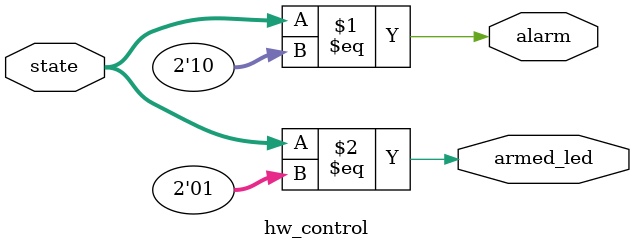
<source format=v>
module hw_control(
  input  wire[1:0] state,

  output alarm,
  output armed_led
);

localparam UNARMED = 2'b00;
localparam ARMED   = 2'b01;
localparam ALARM   = 2'b10;

assign alarm     = state == ALARM;
assign armed_led = state == ARMED;

endmodule

</source>
